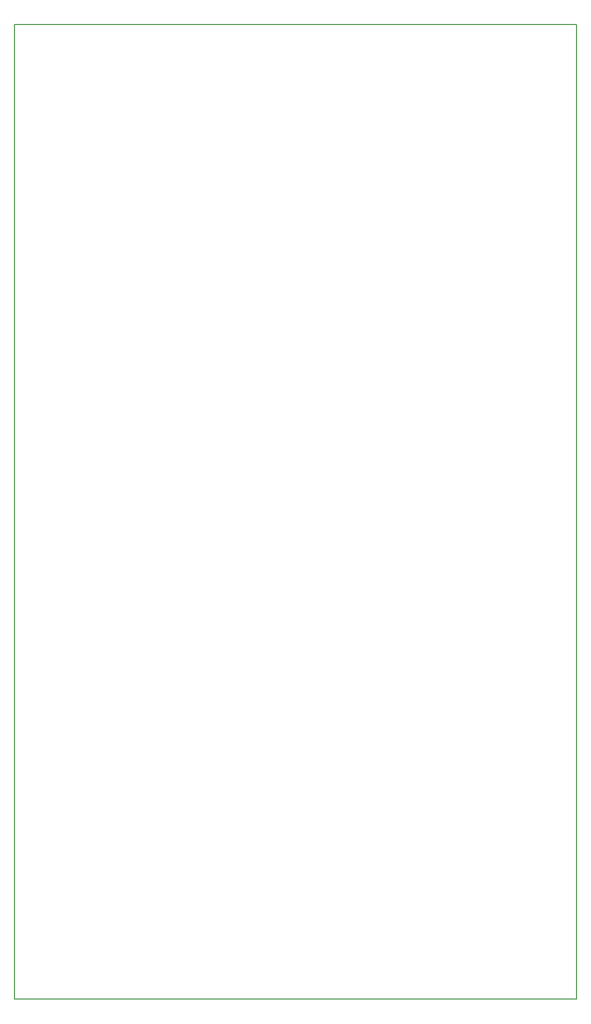
<source format=gbr>
G04 (created by PCBNEW (2013-04-19 BZR 4011)-stable) date 7/6/2013 8:24:16 PM*
%MOIN*%
G04 Gerber Fmt 3.4, Leading zero omitted, Abs format*
%FSLAX34Y34*%
G01*
G70*
G90*
G04 APERTURE LIST*
%ADD10C,0.00393701*%
%ADD11C,0.00590551*%
G04 APERTURE END LIST*
G54D10*
G54D11*
X50250Y-73500D02*
X50250Y-8500D01*
X87750Y-73500D02*
X50250Y-73500D01*
X87750Y-8500D02*
X87750Y-73500D01*
X50250Y-8500D02*
X87750Y-8500D01*
M02*

</source>
